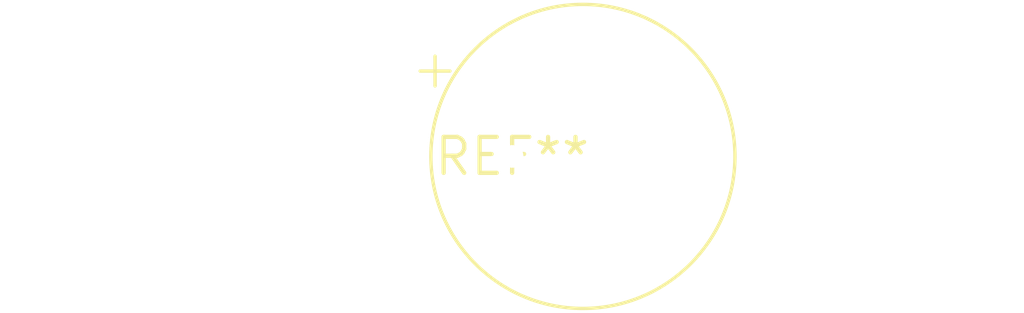
<source format=kicad_pcb>
(kicad_pcb (version 20240108) (generator pcbnew)
  (layers (0 "F.Cu" signal) (31 "B.Cu" signal) (34 "B.Paste" user) (35 "F.Paste" user) (36 "B.SilkS" user "B.Silkscreen") (37 "F.SilkS" user "F.Silkscreen") (38 "B.Mask" user) (39 "F.Mask" user) (44 "Edge.Cuts" user))
  (net 0 "")
  (footprint "CP_Radial_Tantal_D10.5mm_P5.00mm" (layer "F.Cu") (at 0 0)
    (property "Reference" "REF**")
    (property "Value" "CP_Radial_Tantal_D10.5mm_P5.00mm")
    (fp_line (start -3.247133 -3.015) (end -2.197133 -3.015) (layer "F.SilkS") (stroke (width 0.12)))
    (fp_line (start -2.722133 -3.54) (end -2.722133 -2.49) (layer "F.SilkS") (stroke (width 0.12)))
    (fp_circle (center 2.5 0) (end 7.87 0) (layer "F.SilkS") (stroke (width 0.12)) (fill none))
    (pad "1" thru_hole rect (at 0 0) (size 1.6 1.6) (drill 0.8) (layers *.Cu *.Mask) (remove_unused_layers))
    (pad "2" thru_hole circle (at 5 0) (size 1.6 1.6) (drill 0.8) (layers *.Cu *.Mask) (remove_unused_layers))
  )
)
</source>
